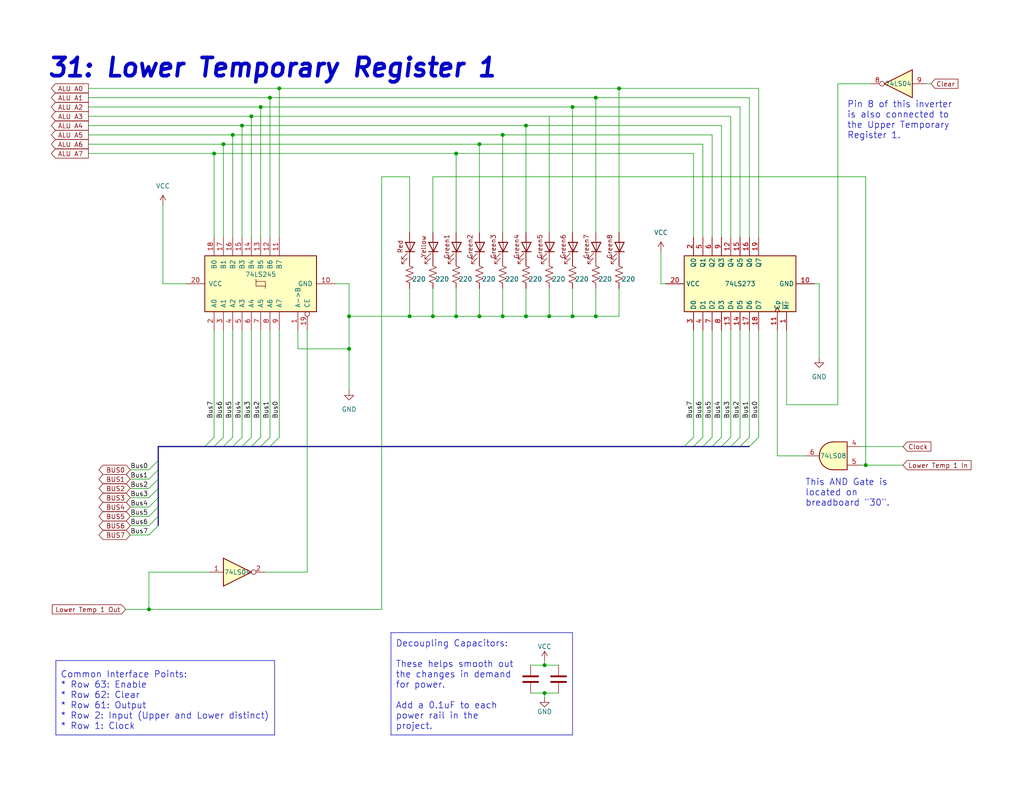
<source format=kicad_sch>
(kicad_sch (version 20211123) (generator eeschema)
  (paper "USLetter")
  (title_block (title "31: Lower Temporary Register 1") (date "2022-02-20") (rev "1.1") (comment 1 "74LS08 is located on board \"30\" and shared with this board") (comment 2 "74LS04 is located on this board and shared with borad \"30\"") (comment 3 "The board for this schematic is located in Column 3") (comment 4 "The board for this schematic is located in Row 1"))
  (lib_symbols
    (symbol "74xx:74LS04"
      (property "Reference" "U" (at 0 1.27 0))
      (property "Value" "74LS04" (at 0 -1.27 0))
      (symbol "74LS04_1_0"
        (polyline (pts (xy -3.81 3.81) (xy -3.81 -3.81) (xy 3.81 0) (xy -3.81 3.81)) (stroke (width 0.254)) (fill (type background)))
        (pin input line (at -7.62 0 0) (length 3.81) (name "~") (number "1"))
        (pin output inverted (at 7.62 0 180) (length 3.81) (name "~") (number "2"))
      )
      (symbol "74LS04_2_0"
        (polyline (pts (xy -3.81 3.81) (xy -3.81 -3.81) (xy 3.81 0) (xy -3.81 3.81)) (stroke (width 0.254)) (fill (type background)))
        (pin input line (at -7.62 0 0) (length 3.81) (name "~") (number "3"))
        (pin output inverted (at 7.62 0 180) (length 3.81) (name "~") (number "4"))
      )
      (symbol "74LS04_3_0"
        (polyline (pts (xy -3.81 3.81) (xy -3.81 -3.81) (xy 3.81 0) (xy -3.81 3.81)) (stroke (width 0.254)) (fill (type background)))
        (pin input line (at -7.62 0 0) (length 3.81) (name "~") (number "5"))
        (pin output inverted (at 7.62 0 180) (length 3.81) (name "~") (number "6"))
      )
      (symbol "74LS04_4_0"
        (polyline (pts (xy -3.81 3.81) (xy -3.81 -3.81) (xy 3.81 0) (xy -3.81 3.81)) (stroke (width 0.254)) (fill (type background)))
        (pin output inverted (at 7.62 0 180) (length 3.81) (name "~") (number "8"))
        (pin input line (at -7.62 0 0) (length 3.81) (name "~") (number "9"))
      )
      (symbol "74LS04_5_0"
        (polyline (pts (xy -3.81 3.81) (xy -3.81 -3.81) (xy 3.81 0) (xy -3.81 3.81)) (stroke (width 0.254)) (fill (type background)))
        (pin output inverted (at 7.62 0 180) (length 3.81) (name "~") (number "10"))
        (pin input line (at -7.62 0 0) (length 3.81) (name "~") (number "11"))
      )
      (symbol "74LS04_6_0"
        (polyline (pts (xy -3.81 3.81) (xy -3.81 -3.81) (xy 3.81 0) (xy -3.81 3.81)) (stroke (width 0.254)) (fill (type background)))
        (pin output inverted (at 7.62 0 180) (length 3.81) (name "~") (number "12"))
        (pin input line (at -7.62 0 0) (length 3.81) (name "~") (number "13"))
      )
      (symbol "74LS04_7_0"
        (pin power_in line (at 0 12.7 270) (length 5.08) (name "VCC") (number "14"))
        (pin power_in line (at 0 -12.7 90) (length 5.08) (name "GND") (number "7"))
      )
      (symbol "74LS04_7_1"
        (rectangle (start -5.08 7.62) (end 5.08 -7.62) (stroke (width 0.254)) (fill (type background)))
      )
    )
    (symbol "74xx:74LS08" (pin_names (offset 1.016))
      (property "Reference" "U" (at 0 1.27 0))
      (property "Value" "74LS08" (at 0 -1.27 0))
      (symbol "74LS08_1_1"
        (arc (start 0 -3.81) (mid 3.81 0) (end 0 3.81) (stroke (width 0.254)) (fill (type background)))
        (polyline (pts (xy 0 3.81) (xy -3.81 3.81) (xy -3.81 -3.81) (xy 0 -3.81)) (stroke (width 0.254)) (fill (type background)))
        (pin input line (at -7.62 2.54 0) (length 3.81) (name "~") (number "1"))
        (pin input line (at -7.62 -2.54 0) (length 3.81) (name "~") (number "2"))
        (pin output line (at 7.62 0 180) (length 3.81) (name "~") (number "3"))
      )
      (symbol "74LS08_1_2"
        (arc (start -3.81 -3.81) (mid -2.589 0) (end -3.81 3.81) (stroke (width 0.254)))
        (arc (start -0.6096 -3.81) (mid 2.1855 -2.584) (end 3.81 0) (stroke (width 0.254)) (fill (type background)))
        (polyline (pts (xy -3.81 -3.81) (xy -0.635 -3.81)) (stroke (width 0.254)) (fill (type background)))
        (polyline (pts (xy -3.81 3.81) (xy -0.635 3.81)) (stroke (width 0.254)) (fill (type background)))
        (polyline (pts (xy -0.635 3.81) (xy -3.81 3.81) (xy -3.81 3.81) (xy -3.556 3.4036) (xy -3.0226 2.2606) (xy -2.6924 1.0414) (xy -2.6162 -0.254) (xy -2.7686 -1.4986) (xy -3.175 -2.7178) (xy -3.81 -3.81) (xy -3.81 -3.81) (xy -0.635 -3.81)) (stroke (width -25.4)) (fill (type background)))
        (arc (start 3.81 0) (mid 2.1928 2.5925) (end -0.6096 3.81) (stroke (width 0.254)) (fill (type background)))
        (pin input inverted (at -7.62 2.54 0) (length 4.318) (name "~") (number "1"))
        (pin input inverted (at -7.62 -2.54 0) (length 4.318) (name "~") (number "2"))
        (pin output inverted (at 7.62 0 180) (length 3.81) (name "~") (number "3"))
      )
      (symbol "74LS08_2_1"
        (arc (start 0 -3.81) (mid 3.81 0) (end 0 3.81) (stroke (width 0.254)) (fill (type background)))
        (polyline (pts (xy 0 3.81) (xy -3.81 3.81) (xy -3.81 -3.81) (xy 0 -3.81)) (stroke (width 0.254)) (fill (type background)))
        (pin input line (at -7.62 2.54 0) (length 3.81) (name "~") (number "4"))
        (pin input line (at -7.62 -2.54 0) (length 3.81) (name "~") (number "5"))
        (pin output line (at 7.62 0 180) (length 3.81) (name "~") (number "6"))
      )
      (symbol "74LS08_2_2"
        (arc (start -3.81 -3.81) (mid -2.589 0) (end -3.81 3.81) (stroke (width 0.254)))
        (arc (start -0.6096 -3.81) (mid 2.1855 -2.584) (end 3.81 0) (stroke (width 0.254)) (fill (type background)))
        (polyline (pts (xy -3.81 -3.81) (xy -0.635 -3.81)) (stroke (width 0.254)) (fill (type background)))
        (polyline (pts (xy -3.81 3.81) (xy -0.635 3.81)) (stroke (width 0.254)) (fill (type background)))
        (polyline (pts (xy -0.635 3.81) (xy -3.81 3.81) (xy -3.81 3.81) (xy -3.556 3.4036) (xy -3.0226 2.2606) (xy -2.6924 1.0414) (xy -2.6162 -0.254) (xy -2.7686 -1.4986) (xy -3.175 -2.7178) (xy -3.81 -3.81) (xy -3.81 -3.81) (xy -0.635 -3.81)) (stroke (width -25.4)) (fill (type background)))
        (arc (start 3.81 0) (mid 2.1928 2.5925) (end -0.6096 3.81) (stroke (width 0.254)) (fill (type background)))
        (pin input inverted (at -7.62 2.54 0) (length 4.318) (name "~") (number "4"))
        (pin input inverted (at -7.62 -2.54 0) (length 4.318) (name "~") (number "5"))
        (pin output inverted (at 7.62 0 180) (length 3.81) (name "~") (number "6"))
      )
      (symbol "74LS08_3_1"
        (arc (start 0 -3.81) (mid 3.81 0) (end 0 3.81) (stroke (width 0.254)) (fill (type background)))
        (polyline (pts (xy 0 3.81) (xy -3.81 3.81) (xy -3.81 -3.81) (xy 0 -3.81)) (stroke (width 0.254)) (fill (type background)))
        (pin input line (at -7.62 -2.54 0) (length 3.81) (name "~") (number "10"))
        (pin output line (at 7.62 0 180) (length 3.81) (name "~") (number "8"))
        (pin input line (at -7.62 2.54 0) (length 3.81) (name "~") (number "9"))
      )
      (symbol "74LS08_3_2"
        (arc (start -3.81 -3.81) (mid -2.589 0) (end -3.81 3.81) (stroke (width 0.254)))
        (arc (start -0.6096 -3.81) (mid 2.1855 -2.584) (end 3.81 0) (stroke (width 0.254)) (fill (type background)))
        (polyline (pts (xy -3.81 -3.81) (xy -0.635 -3.81)) (stroke (width 0.254)) (fill (type background)))
        (polyline (pts (xy -3.81 3.81) (xy -0.635 3.81)) (stroke (width 0.254)) (fill (type background)))
        (polyline (pts (xy -0.635 3.81) (xy -3.81 3.81) (xy -3.81 3.81) (xy -3.556 3.4036) (xy -3.0226 2.2606) (xy -2.6924 1.0414) (xy -2.6162 -0.254) (xy -2.7686 -1.4986) (xy -3.175 -2.7178) (xy -3.81 -3.81) (xy -3.81 -3.81) (xy -0.635 -3.81)) (stroke (width -25.4)) (fill (type background)))
        (arc (start 3.81 0) (mid 2.1928 2.5925) (end -0.6096 3.81) (stroke (width 0.254)) (fill (type background)))
        (pin input inverted (at -7.62 -2.54 0) (length 4.318) (name "~") (number "10"))
        (pin output inverted (at 7.62 0 180) (length 3.81) (name "~") (number "8"))
        (pin input inverted (at -7.62 2.54 0) (length 4.318) (name "~") (number "9"))
      )
      (symbol "74LS08_4_1"
        (arc (start 0 -3.81) (mid 3.81 0) (end 0 3.81) (stroke (width 0.254)) (fill (type background)))
        (polyline (pts (xy 0 3.81) (xy -3.81 3.81) (xy -3.81 -3.81) (xy 0 -3.81)) (stroke (width 0.254)) (fill (type background)))
        (pin output line (at 7.62 0 180) (length 3.81) (name "~") (number "11"))
        (pin input line (at -7.62 2.54 0) (length 3.81) (name "~") (number "12"))
        (pin input line (at -7.62 -2.54 0) (length 3.81) (name "~") (number "13"))
      )
      (symbol "74LS08_4_2"
        (arc (start -3.81 -3.81) (mid -2.589 0) (end -3.81 3.81) (stroke (width 0.254)))
        (arc (start -0.6096 -3.81) (mid 2.1855 -2.584) (end 3.81 0) (stroke (width 0.254)) (fill (type background)))
        (polyline (pts (xy -3.81 -3.81) (xy -0.635 -3.81)) (stroke (width 0.254)) (fill (type background)))
        (polyline (pts (xy -3.81 3.81) (xy -0.635 3.81)) (stroke (width 0.254)) (fill (type background)))
        (polyline (pts (xy -0.635 3.81) (xy -3.81 3.81) (xy -3.81 3.81) (xy -3.556 3.4036) (xy -3.0226 2.2606) (xy -2.6924 1.0414) (xy -2.6162 -0.254) (xy -2.7686 -1.4986) (xy -3.175 -2.7178) (xy -3.81 -3.81) (xy -3.81 -3.81) (xy -0.635 -3.81)) (stroke (width -25.4)) (fill (type background)))
        (arc (start 3.81 0) (mid 2.1928 2.5925) (end -0.6096 3.81) (stroke (width 0.254)) (fill (type background)))
        (pin output inverted (at 7.62 0 180) (length 3.81) (name "~") (number "11"))
        (pin input inverted (at -7.62 2.54 0) (length 4.318) (name "~") (number "12"))
        (pin input inverted (at -7.62 -2.54 0) (length 4.318) (name "~") (number "13"))
      )
      (symbol "74LS08_5_0"
        (pin power_in line (at 0 12.7 270) (length 5.08) (name "VCC") (number "14"))
        (pin power_in line (at 0 -12.7 90) (length 5.08) (name "GND") (number "7"))
      )
      (symbol "74LS08_5_1"
        (rectangle (start -5.08 7.62) (end 5.08 -7.62) (stroke (width 0.254)) (fill (type background)))
      )
    )
    (symbol "74xx:74LS245" (pin_names (offset 1.016))
      (property "Reference" "U" (at -7.62 16.51 0))
      (property "Value" "74LS245" (at -7.62 -16.51 0))
      (symbol "74LS245_1_0"
        (polyline (pts (xy -0.635 -1.27) (xy -0.635 1.27) (xy 0.635 1.27)))
        (polyline (pts (xy -1.27 -1.27) (xy 0.635 -1.27) (xy 0.635 1.27) (xy 1.27 1.27)))
        (pin input line (at -12.7 -10.16 0) (length 5.08) (name "A->B") (number "1"))
        (pin power_in line (at 0 -20.32 90) (length 5.08) (name "GND") (number "10"))
        (pin tri_state line (at 12.7 -5.08 180) (length 5.08) (name "B7") (number "11"))
        (pin tri_state line (at 12.7 -2.54 180) (length 5.08) (name "B6") (number "12"))
        (pin tri_state line (at 12.7 0 180) (length 5.08) (name "B5") (number "13"))
        (pin tri_state line (at 12.7 2.54 180) (length 5.08) (name "B4") (number "14"))
        (pin tri_state line (at 12.7 5.08 180) (length 5.08) (name "B3") (number "15"))
        (pin tri_state line (at 12.7 7.62 180) (length 5.08) (name "B2") (number "16"))
        (pin tri_state line (at 12.7 10.16 180) (length 5.08) (name "B1") (number "17"))
        (pin tri_state line (at 12.7 12.7 180) (length 5.08) (name "B0") (number "18"))
        (pin input inverted (at -12.7 -12.7 0) (length 5.08) (name "CE") (number "19"))
        (pin tri_state line (at -12.7 12.7 0) (length 5.08) (name "A0") (number "2"))
        (pin power_in line (at 0 20.32 270) (length 5.08) (name "VCC") (number "20"))
        (pin tri_state line (at -12.7 10.16 0) (length 5.08) (name "A1") (number "3"))
        (pin tri_state line (at -12.7 7.62 0) (length 5.08) (name "A2") (number "4"))
        (pin tri_state line (at -12.7 5.08 0) (length 5.08) (name "A3") (number "5"))
        (pin tri_state line (at -12.7 2.54 0) (length 5.08) (name "A4") (number "6"))
        (pin tri_state line (at -12.7 0 0) (length 5.08) (name "A5") (number "7"))
        (pin tri_state line (at -12.7 -2.54 0) (length 5.08) (name "A6") (number "8"))
        (pin tri_state line (at -12.7 -5.08 0) (length 5.08) (name "A7") (number "9"))
      )
      (symbol "74LS245_1_1"
        (rectangle (start -7.62 15.24) (end 7.62 -15.24) (stroke (width 0.254)) (fill (type background)))
      )
    )
    (symbol "74xx:74LS273"
      (property "Reference" "U" (at -7.62 16.51 0))
      (property "Value" "74LS273" (at -7.62 -16.51 0))
      (symbol "74LS273_1_0"
        (pin input line (at -12.7 -12.7 0) (length 5.08) (name "~{Mr}") (number "1"))
        (pin power_in line (at 0 -20.32 90) (length 5.08) (name "GND") (number "10"))
        (pin input clock (at -12.7 -10.16 0) (length 5.08) (name "Cp") (number "11"))
        (pin output line (at 12.7 2.54 180) (length 5.08) (name "Q4") (number "12"))
        (pin input line (at -12.7 2.54 0) (length 5.08) (name "D4") (number "13"))
        (pin input line (at -12.7 0 0) (length 5.08) (name "D5") (number "14"))
        (pin output line (at 12.7 0 180) (length 5.08) (name "Q5") (number "15"))
        (pin output line (at 12.7 -2.54 180) (length 5.08) (name "Q6") (number "16"))
        (pin input line (at -12.7 -2.54 0) (length 5.08) (name "D6") (number "17"))
        (pin input line (at -12.7 -5.08 0) (length 5.08) (name "D7") (number "18"))
        (pin output line (at 12.7 -5.08 180) (length 5.08) (name "Q7") (number "19"))
        (pin output line (at 12.7 12.7 180) (length 5.08) (name "Q0") (number "2"))
        (pin power_in line (at 0 20.32 270) (length 5.08) (name "VCC") (number "20"))
        (pin input line (at -12.7 12.7 0) (length 5.08) (name "D0") (number "3"))
        (pin input line (at -12.7 10.16 0) (length 5.08) (name "D1") (number "4"))
        (pin output line (at 12.7 10.16 180) (length 5.08) (name "Q1") (number "5"))
        (pin output line (at 12.7 7.62 180) (length 5.08) (name "Q2") (number "6"))
        (pin input line (at -12.7 7.62 0) (length 5.08) (name "D2") (number "7"))
        (pin input line (at -12.7 5.08 0) (length 5.08) (name "D3") (number "8"))
        (pin output line (at 12.7 5.08 180) (length 5.08) (name "Q3") (number "9"))
      )
      (symbol "74LS273_1_1"
        (rectangle (start -7.62 15.24) (end 7.62 -15.24) (stroke (width 0.254)) (fill (type background)))
      )
    )
    (symbol "Device:C" (pin_numbers hide) (pin_names (offset 0.254))
      (property "Reference" "C" (at 0.635 2.54 0))
      (property "Value" "C" (at 0.635 -2.54 0))
      (symbol "C_0_1"
        (polyline (pts (xy -2.032 -0.762) (xy 2.032 -0.762)) (stroke (width 0.508)))
        (polyline (pts (xy -2.032 0.762) (xy 2.032 0.762)) (stroke (width 0.508)))
      )
      (symbol "C_1_1"
        (pin passive line (at 0 3.81 270) (length 2.794) (name "~") (number "1"))
        (pin passive line (at 0 -3.81 90) (length 2.794) (name "~") (number "2"))
      )
    )
    (symbol "Device:R_US" (pin_numbers hide) (pin_names (offset 0))
      (property "Reference" "R" (at 2.54 0 90))
      (property "Value" "R_US" (at -2.54 0 90))
      (symbol "R_US_0_1"
        (polyline (pts (xy 0 -2.286) (xy 0 -2.54)))
        (polyline (pts (xy 0 2.286) (xy 0 2.54)))
        (polyline (pts (xy 0 -0.762) (xy 1.016 -1.143) (xy 0 -1.524) (xy -1.016 -1.905) (xy 0 -2.286)))
        (polyline (pts (xy 0 0.762) (xy 1.016 0.381) (xy 0 0) (xy -1.016 -0.381) (xy 0 -0.762)))
        (polyline (pts (xy 0 2.286) (xy 1.016 1.905) (xy 0 1.524) (xy -1.016 1.143) (xy 0 0.762)))
      )
      (symbol "R_US_1_1"
        (pin passive line (at 0 3.81 270) (length 1.27) (name "~") (number "1"))
        (pin passive line (at 0 -3.81 90) (length 1.27) (name "~") (number "2"))
      )
    )
    (symbol "SB1R1Y8G:SB1R1Y8G_LED"
      (symbol "SB1R1Y8G_LED_0_0"
        (text "" (at 0.635 0 900) (effects (font (size 1.27 1.27))))
        (text "" (at 1.27 -15.24 0) (effects (font (size 1.27 1.27))))
      )
      (symbol "SB1R1Y8G_LED_0_1"
        (polyline (pts (xy -1.397 -0.127) (xy 1.143 -0.127)))
        (polyline (pts (xy -1.397 1.143) (xy -1.397 -1.397)) (stroke (width 0.254)))
        (polyline (pts (xy 1.143 1.143) (xy 1.143 -1.397) (xy -1.397 -0.127) (xy 1.143 1.143)) (stroke (width 0.254)))
        (polyline (pts (xy -3.175 0.635) (xy -4.699 2.159) (xy -3.937 2.159) (xy -4.699 2.159) (xy -4.699 1.397)))
        (polyline (pts (xy -1.905 0.635) (xy -3.429 2.159) (xy -2.667 2.159) (xy -3.429 2.159) (xy -3.429 1.397)))
      )
      (symbol "SB1R1Y8G_LED_1_0"
        (text "Red" (at 0 2.54 0) (effects (font (size 1.27 1.27))))
      )
      (symbol "SB1R1Y8G_LED_1_1"
        (pin passive line (at -3.81 0 0) (length 2.54) (name "") (number "1"))
        (pin passive line (at 3.81 0 180) (length 2.54) (name "") (number "11"))
      )
      (symbol "SB1R1Y8G_LED_2_0"
        (text "Yellow" (at 0 2.54 0) (effects (font (size 1.27 1.27))))
      )
      (symbol "SB1R1Y8G_LED_2_1"
        (pin passive line (at 3.81 0 180) (length 2.54) (name "") (number "12"))
        (pin passive line (at -3.81 0 0) (length 2.54) (name "") (number "2"))
      )
      (symbol "SB1R1Y8G_LED_3_0"
        (text "Green1" (at 0 2.54 0) (effects (font (size 1.27 1.27))))
      )
      (symbol "SB1R1Y8G_LED_3_1"
        (pin passive line (at 3.81 0 180) (length 2.54) (name "") (number "13"))
        (pin passive line (at -3.81 0 0) (length 2.54) (name "") (number "3"))
      )
      (symbol "SB1R1Y8G_LED_4_0"
        (text "Green2" (at 0 2.54 0) (effects (font (size 1.27 1.27))))
      )
      (symbol "SB1R1Y8G_LED_4_1"
        (pin passive line (at 3.81 0 180) (length 2.54) (name "") (number "14"))
        (pin passive line (at -3.81 0 0) (length 2.54) (name "") (number "4"))
      )
      (symbol "SB1R1Y8G_LED_5_0"
        (text "Green3" (at 0 2.54 0) (effects (font (size 1.27 1.27))))
      )
      (symbol "SB1R1Y8G_LED_5_1"
        (pin passive line (at 3.81 0 180) (length 2.54) (name "") (number "15"))
        (pin passive line (at -3.81 0 0) (length 2.54) (name "") (number "5"))
      )
      (symbol "SB1R1Y8G_LED_6_0"
        (text "Green4" (at 0 2.54 0) (effects (font (size 1.27 1.27))))
      )
      (symbol "SB1R1Y8G_LED_6_1"
        (pin passive line (at 3.81 0 180) (length 2.54) (name "") (number "16"))
        (pin passive line (at -3.81 0 0) (length 2.54) (name "") (number "6"))
      )
      (symbol "SB1R1Y8G_LED_7_0"
        (text "Green5" (at 0 2.54 0) (effects (font (size 1.27 1.27))))
      )
      (symbol "SB1R1Y8G_LED_7_1"
        (pin passive line (at 3.81 0 180) (length 2.54) (name "") (number "17"))
        (pin passive line (at -3.81 0 0) (length 2.54) (name "") (number "7"))
      )
      (symbol "SB1R1Y8G_LED_8_0"
        (text "Green6" (at 0 2.54 0) (effects (font (size 1.27 1.27))))
      )
      (symbol "SB1R1Y8G_LED_8_1"
        (pin passive line (at 3.81 0 180) (length 2.54) (name "") (number "18"))
        (pin passive line (at -3.81 0 0) (length 2.54) (name "") (number "8"))
      )
      (symbol "SB1R1Y8G_LED_9_0"
        (text "Green7" (at 0 2.54 0) (effects (font (size 1.27 1.27))))
      )
      (symbol "SB1R1Y8G_LED_9_1"
        (pin passive line (at 3.81 0 180) (length 2.54) (name "") (number "19"))
        (pin passive line (at -3.81 0 0) (length 2.54) (name "") (number "9"))
      )
      (symbol "SB1R1Y8G_LED_10_0"
        (text "Green8" (at 0 2.54 0) (effects (font (size 1.27 1.27))))
      )
      (symbol "SB1R1Y8G_LED_10_1"
        (pin passive line (at 3.81 0 180) (length 2.54) (name "") (number "10"))
        (pin passive line (at -3.81 0 0) (length 2.54) (name "") (number "20"))
      )
    )
    (symbol "power:GND" (power) (pin_names (offset 0))
      (property "Value" "GND" (at 0 -3.81 0))
      (symbol "GND_0_1"
        (polyline (pts (xy 0 0) (xy 0 -1.27) (xy 1.27 -1.27) (xy 0 -2.54) (xy -1.27 -1.27) (xy 0 -1.27)))
      )
      (symbol "GND_1_1"
        (pin power_in line (at 0 0 270) (length 0) hide (name "GND") (number "1"))
      )
    )
    (symbol "power:VCC" (power) (pin_names (offset 0))
      (property "Value" "VCC" (at 0 3.81 0))
      (symbol "VCC_0_1"
        (polyline (pts (xy -0.762 1.27) (xy 0 2.54)))
        (polyline (pts (xy 0 0) (xy 0 2.54)))
        (polyline (pts (xy 0 2.54) (xy 0.762 1.27)))
      )
      (symbol "VCC_1_1"
        (pin power_in line (at 0 0 90) (length 0) hide (name "VCC") (number "1"))
      )
    )
  )
  (junction (at 148.59 189.23))
  (junction (at 124.46 41.91))
  (junction (at 156.21 86.36))
  (junction (at 156.21 29.21))
  (junction (at 148.59 181.61))
  (junction (at 137.16 36.83))
  (junction (at 40.64 166.37))
  (junction (at 162.56 26.67))
  (junction (at 236.22 127))
  (junction (at 58.42 41.91))
  (junction (at 130.81 86.36))
  (junction (at 76.2 24.13))
  (junction (at 73.66 26.67))
  (junction (at 111.76 86.36))
  (junction (at 143.51 86.36))
  (junction (at 95.25 95.25))
  (junction (at 130.81 39.37))
  (junction (at 137.16 86.36))
  (junction (at 124.46 86.36))
  (junction (at 143.51 34.29))
  (junction (at 95.25 86.36))
  (junction (at 68.58 31.75))
  (junction (at 60.96 39.37))
  (junction (at 118.11 86.36))
  (junction (at 149.86 86.36))
  (junction (at 168.91 24.13))
  (junction (at 63.5 36.83))
  (junction (at 71.12 29.21))
  (junction (at 162.56 86.36))
  (junction (at 66.04 34.29))
  (bus_entry (at 63.5 119.38) (size -2.54 2.54))
  (bus_entry (at 73.66 119.38) (size -2.54 2.54))
  (bus_entry (at 68.58 119.38) (size -2.54 2.54))
  (bus_entry (at 71.12 119.38) (size -2.54 2.54))
  (bus_entry (at 66.04 119.38) (size -2.54 2.54))
  (bus_entry (at 60.96 119.38) (size -2.54 2.54))
  (bus_entry (at 58.42 119.38) (size -2.54 2.54))
  (bus_entry (at 76.2 119.38) (size -2.54 2.54))
  (bus_entry (at 40.64 143.51) (size 2.54 -2.54))
  (bus_entry (at 40.64 140.97) (size 2.54 -2.54))
  (bus_entry (at 40.64 133.35) (size 2.54 -2.54))
  (bus_entry (at 189.23 119.38) (size -2.54 2.54))
  (bus_entry (at 199.39 119.38) (size -2.54 2.54))
  (bus_entry (at 40.64 146.05) (size 2.54 -2.54))
  (bus_entry (at 194.31 119.38) (size -2.54 2.54))
  (bus_entry (at 40.64 128.27) (size 2.54 -2.54))
  (bus_entry (at 40.64 138.43) (size 2.54 -2.54))
  (bus_entry (at 201.93 119.38) (size -2.54 2.54))
  (bus_entry (at 40.64 130.81) (size 2.54 -2.54))
  (bus_entry (at 207.01 119.38) (size -2.54 2.54))
  (bus_entry (at 40.64 135.89) (size 2.54 -2.54))
  (bus_entry (at 191.77 119.38) (size -2.54 2.54))
  (bus_entry (at 204.47 119.38) (size -2.54 2.54))
  (bus_entry (at 196.85 119.38) (size -2.54 2.54))
  (wire (pts (xy 130.81 86.36) (xy 124.46 86.36)))
  (bus (pts (xy 186.69 121.92) (xy 189.23 121.92)))
  (wire (pts (xy 35.56 140.97) (xy 40.64 140.97)))
  (wire (pts (xy 199.39 90.17) (xy 199.39 119.38)))
  (bus (pts (xy 43.18 121.92) (xy 43.18 125.73)))
  (wire (pts (xy 66.04 34.29) (xy 66.04 64.77)))
  (wire (pts (xy 60.96 39.37) (xy 60.96 64.77)))
  (wire (pts (xy 24.13 29.21) (xy 71.12 29.21)))
  (wire (pts (xy 137.16 36.83) (xy 63.5 36.83)))
  (wire (pts (xy 66.04 90.17) (xy 66.04 119.38)))
  (bus (pts (xy 194.31 121.92) (xy 196.85 121.92)))
  (wire (pts (xy 40.64 156.21) (xy 40.64 166.37)))
  (wire (pts (xy 207.01 24.13) (xy 168.91 24.13)))
  (wire (pts (xy 95.25 95.25) (xy 95.25 106.68)))
  (wire (pts (xy 168.91 86.36) (xy 162.56 86.36)))
  (wire (pts (xy 201.93 64.77) (xy 201.93 29.21)))
  (wire (pts (xy 168.91 24.13) (xy 76.2 24.13)))
  (bus (pts (xy 63.5 121.92) (xy 66.04 121.92)))
  (wire (pts (xy 236.22 127) (xy 246.38 127)))
  (wire (pts (xy 63.5 90.17) (xy 63.5 119.38)))
  (wire (pts (xy 143.51 34.29) (xy 66.04 34.29)))
  (wire (pts (xy 149.86 78.74) (xy 149.86 86.36)))
  (wire (pts (xy 35.56 130.81) (xy 40.64 130.81)))
  (wire (pts (xy 148.59 181.61) (xy 152.4 181.61)))
  (wire (pts (xy 214.63 110.49) (xy 214.63 90.17)))
  (wire (pts (xy 180.34 68.58) (xy 180.34 77.47)))
  (wire (pts (xy 73.66 90.17) (xy 73.66 119.38)))
  (wire (pts (xy 207.01 90.17) (xy 207.01 119.38)))
  (polyline (pts (xy 15.24 180.34) (xy 15.24 200.66)) (stroke (width 0) (type solid)))
  (wire (pts (xy 196.85 64.77) (xy 196.85 34.29)))
  (wire (pts (xy 234.95 121.92) (xy 246.38 121.92)))
  (wire (pts (xy 168.91 78.74) (xy 168.91 86.36)))
  (wire (pts (xy 223.52 77.47) (xy 223.52 97.79)))
  (wire (pts (xy 222.25 77.47) (xy 223.52 77.47)))
  (bus (pts (xy 73.66 121.92) (xy 186.69 121.92)))
  (bus (pts (xy 58.42 121.92) (xy 60.96 121.92)))
  (wire (pts (xy 130.81 78.74) (xy 130.81 86.36)))
  (wire (pts (xy 137.16 36.83) (xy 137.16 63.5)))
  (wire (pts (xy 191.77 39.37) (xy 130.81 39.37)))
  (wire (pts (xy 194.31 64.77) (xy 194.31 36.83)))
  (wire (pts (xy 44.45 55.88) (xy 44.45 77.47)))
  (wire (pts (xy 156.21 29.21) (xy 71.12 29.21)))
  (wire (pts (xy 194.31 90.17) (xy 194.31 119.38)))
  (wire (pts (xy 81.28 95.25) (xy 95.25 95.25)))
  (wire (pts (xy 35.56 138.43) (xy 40.64 138.43)))
  (wire (pts (xy 24.13 39.37) (xy 60.96 39.37)))
  (wire (pts (xy 24.13 24.13) (xy 76.2 24.13)))
  (wire (pts (xy 189.23 41.91) (xy 124.46 41.91)))
  (bus (pts (xy 60.96 121.92) (xy 63.5 121.92)))
  (wire (pts (xy 148.59 189.23) (xy 152.4 189.23)))
  (wire (pts (xy 91.44 77.47) (xy 95.25 77.47)))
  (wire (pts (xy 156.21 86.36) (xy 149.86 86.36)))
  (wire (pts (xy 111.76 78.74) (xy 111.76 86.36)))
  (wire (pts (xy 68.58 31.75) (xy 68.58 64.77)))
  (bus (pts (xy 55.88 121.92) (xy 58.42 121.92)))
  (wire (pts (xy 58.42 41.91) (xy 58.42 64.77)))
  (polyline (pts (xy 106.68 172.72) (xy 156.21 172.72)) (stroke (width 0) (type solid)))
  (wire (pts (xy 143.51 78.74) (xy 143.51 86.36)))
  (bus (pts (xy 71.12 121.92) (xy 73.66 121.92)))
  (wire (pts (xy 35.56 135.89) (xy 40.64 135.89)))
  (wire (pts (xy 234.95 127) (xy 236.22 127)))
  (wire (pts (xy 124.46 78.74) (xy 124.46 86.36)))
  (wire (pts (xy 201.93 90.17) (xy 201.93 119.38)))
  (bus (pts (xy 43.18 130.81) (xy 43.18 133.35)))
  (wire (pts (xy 156.21 78.74) (xy 156.21 86.36)))
  (wire (pts (xy 104.14 48.26) (xy 104.14 166.37)))
  (wire (pts (xy 24.13 34.29) (xy 66.04 34.29)))
  (wire (pts (xy 137.16 86.36) (xy 130.81 86.36)))
  (wire (pts (xy 118.11 86.36) (xy 111.76 86.36)))
  (wire (pts (xy 148.59 189.23) (xy 148.59 190.5)))
  (wire (pts (xy 111.76 48.26) (xy 111.76 63.5)))
  (wire (pts (xy 83.82 90.17) (xy 83.82 156.21)))
  (wire (pts (xy 162.56 78.74) (xy 162.56 86.36)))
  (wire (pts (xy 201.93 29.21) (xy 156.21 29.21)))
  (wire (pts (xy 24.13 26.67) (xy 73.66 26.67)))
  (polyline (pts (xy 15.24 180.34) (xy 74.93 180.34)) (stroke (width 0) (type solid)))
  (wire (pts (xy 71.12 90.17) (xy 71.12 119.38)))
  (wire (pts (xy 130.81 39.37) (xy 130.81 63.5)))
  (wire (pts (xy 148.59 180.34) (xy 148.59 181.61)))
  (wire (pts (xy 228.6 22.86) (xy 228.6 110.49)))
  (wire (pts (xy 143.51 86.36) (xy 137.16 86.36)))
  (wire (pts (xy 104.14 166.37) (xy 40.64 166.37)))
  (wire (pts (xy 60.96 90.17) (xy 60.96 119.38)))
  (bus (pts (xy 68.58 121.92) (xy 71.12 121.92)))
  (wire (pts (xy 24.13 41.91) (xy 58.42 41.91)))
  (wire (pts (xy 104.14 48.26) (xy 111.76 48.26)))
  (wire (pts (xy 156.21 29.21) (xy 156.21 63.5)))
  (wire (pts (xy 35.56 128.27) (xy 40.64 128.27)))
  (bus (pts (xy 66.04 121.92) (xy 68.58 121.92)))
  (bus (pts (xy 55.88 121.92) (xy 43.18 121.92)))
  (wire (pts (xy 162.56 86.36) (xy 156.21 86.36)))
  (wire (pts (xy 168.91 24.13) (xy 168.91 63.5)))
  (wire (pts (xy 76.2 90.17) (xy 76.2 119.38)))
  (wire (pts (xy 162.56 26.67) (xy 73.66 26.67)))
  (wire (pts (xy 180.34 77.47) (xy 181.61 77.47)))
  (wire (pts (xy 71.12 29.21) (xy 71.12 64.77)))
  (polyline (pts (xy 74.93 200.66) (xy 15.24 200.66)) (stroke (width 0) (type solid)))
  (wire (pts (xy 196.85 34.29) (xy 143.51 34.29)))
  (wire (pts (xy 130.81 39.37) (xy 60.96 39.37)))
  (wire (pts (xy 35.56 143.51) (xy 40.64 143.51)))
  (wire (pts (xy 212.09 124.46) (xy 212.09 90.17)))
  (bus (pts (xy 43.18 133.35) (xy 43.18 135.89)))
  (wire (pts (xy 219.71 124.46) (xy 212.09 124.46)))
  (bus (pts (xy 189.23 121.92) (xy 191.77 121.92)))
  (wire (pts (xy 144.78 189.23) (xy 148.59 189.23)))
  (wire (pts (xy 191.77 90.17) (xy 191.77 119.38)))
  (wire (pts (xy 34.29 166.37) (xy 40.64 166.37)))
  (wire (pts (xy 68.58 31.75) (xy 199.39 31.75)))
  (wire (pts (xy 68.58 90.17) (xy 68.58 119.38)))
  (wire (pts (xy 118.11 48.26) (xy 236.22 48.26)))
  (wire (pts (xy 162.56 26.67) (xy 162.56 63.5)))
  (wire (pts (xy 40.64 156.21) (xy 57.15 156.21)))
  (polyline (pts (xy 156.21 172.72) (xy 156.21 200.66)) (stroke (width 0) (type solid)))
  (wire (pts (xy 189.23 90.17) (xy 189.23 119.38)))
  (bus (pts (xy 201.93 121.92) (xy 204.47 121.92)))
  (wire (pts (xy 189.23 64.77) (xy 189.23 41.91)))
  (bus (pts (xy 43.18 128.27) (xy 43.18 130.81)))
  (bus (pts (xy 199.39 121.92) (xy 201.93 121.92)))
  (wire (pts (xy 44.45 77.47) (xy 50.8 77.47)))
  (bus (pts (xy 43.18 140.97) (xy 43.18 143.51)))
  (wire (pts (xy 149.86 86.36) (xy 143.51 86.36)))
  (wire (pts (xy 191.77 64.77) (xy 191.77 39.37)))
  (wire (pts (xy 228.6 22.86) (xy 237.49 22.86)))
  (wire (pts (xy 137.16 78.74) (xy 137.16 86.36)))
  (wire (pts (xy 83.82 156.21) (xy 72.39 156.21)))
  (wire (pts (xy 63.5 36.83) (xy 63.5 64.77)))
  (wire (pts (xy 204.47 90.17) (xy 204.47 119.38)))
  (polyline (pts (xy 106.68 172.72) (xy 106.68 200.66)) (stroke (width 0) (type solid)))
  (wire (pts (xy 81.28 90.17) (xy 81.28 95.25)))
  (wire (pts (xy 199.39 64.77) (xy 199.39 31.75)))
  (wire (pts (xy 143.51 34.29) (xy 143.51 63.5)))
  (wire (pts (xy 124.46 86.36) (xy 118.11 86.36)))
  (wire (pts (xy 35.56 133.35) (xy 40.64 133.35)))
  (wire (pts (xy 35.56 146.05) (xy 40.64 146.05)))
  (wire (pts (xy 124.46 41.91) (xy 58.42 41.91)))
  (wire (pts (xy 252.73 22.86) (xy 254 22.86)))
  (wire (pts (xy 73.66 26.67) (xy 73.66 64.77)))
  (wire (pts (xy 24.13 31.75) (xy 68.58 31.75)))
  (wire (pts (xy 194.31 36.83) (xy 137.16 36.83)))
  (bus (pts (xy 191.77 121.92) (xy 194.31 121.92)))
  (wire (pts (xy 149.86 31.75) (xy 149.86 63.5)))
  (bus (pts (xy 43.18 135.89) (xy 43.18 138.43)))
  (polyline (pts (xy 156.21 200.66) (xy 106.68 200.66)) (stroke (width 0) (type solid)))
  (wire (pts (xy 144.78 181.61) (xy 148.59 181.61)))
  (wire (pts (xy 111.76 86.36) (xy 95.25 86.36)))
  (wire (pts (xy 236.22 48.26) (xy 236.22 127)))
  (wire (pts (xy 204.47 64.77) (xy 204.47 26.67)))
  (wire (pts (xy 95.25 86.36) (xy 95.25 95.25)))
  (wire (pts (xy 95.25 77.47) (xy 95.25 86.36)))
  (wire (pts (xy 24.13 36.83) (xy 63.5 36.83)))
  (wire (pts (xy 76.2 24.13) (xy 76.2 64.77)))
  (bus (pts (xy 43.18 138.43) (xy 43.18 140.97)))
  (bus (pts (xy 196.85 121.92) (xy 199.39 121.92)))
  (wire (pts (xy 204.47 26.67) (xy 162.56 26.67)))
  (wire (pts (xy 207.01 64.77) (xy 207.01 24.13)))
  (wire (pts (xy 228.6 110.49) (xy 214.63 110.49)))
  (wire (pts (xy 58.42 90.17) (xy 58.42 119.38)))
  (polyline (pts (xy 74.93 180.34) (xy 74.93 200.66)) (stroke (width 0) (type solid)))
  (bus (pts (xy 43.18 125.73) (xy 43.18 128.27)))
  (wire (pts (xy 124.46 41.91) (xy 124.46 63.5)))
  (wire (pts (xy 118.11 63.5) (xy 118.11 48.26)))
  (wire (pts (xy 196.85 90.17) (xy 196.85 119.38)))
  (wire (pts (xy 118.11 78.74) (xy 118.11 86.36)))
  (text "This AND Gate is \nlocated on \nbreadboard \"30\"." (at 219.71 138.43 0) (effects (font (size 1.75 1.75)) (justify left bottom)))
  (text " 31: Lower Temporary Register 1" (at 8.89 21.59 0) (effects (font (size 5 5) (thickness 1) bold italic) (justify left bottom)))
  (text "Common Interface Points:\n* Row 63: Enable\n* Row 62: Clear\n* Row 61: Output\n* Row 2: Input (Upper and Lower distinct)\n* Row 1: Clock" (at 16.51 199.39 0) (effects (font (size 1.75 1.75)) (justify left bottom)))
  (text "Pin 8 of this inverter \nis also connected to \nthe Upper Temporary \nRegister 1." (at 231.14 38.1 0) (effects (font (size 1.75 1.75)) (justify left bottom)))
  (text "Decoupling Capacitors:\n\nThese helps smooth out \nthe changes in demand \nfor power.\n\nAdd a 0.1uF to each \npower rail in the \nproject." (at 107.95 199.39 0) (effects (font (size 1.75 1.75)) (justify left bottom)))
  (label "Bus0" (at 35.56 128.27 0))
  (label "Bus5" (at 194.31 114.3 90))
  (label "Bus2" (at 71.12 114.3 90))
  (label "Bus7" (at 58.42 114.3 90))
  (label "Bus0" (at 207.01 114.3 90))
  (label "Bus6" (at 191.77 114.3 90))
  (label "Bus6" (at 60.96 114.3 90))
  (label "Bus6" (at 35.56 143.51 0))
  (label "Bus4" (at 196.85 114.3 90))
  (label "Bus3" (at 199.39 114.3 90))
  (label "Bus1" (at 73.66 114.3 90))
  (label "Bus2" (at 35.56 133.35 0))
  (label "Bus3" (at 68.58 114.3 90))
  (label "Bus3" (at 35.56 135.89 0))
  (label "Bus4" (at 35.56 138.43 0))
  (label "Bus1" (at 204.47 114.3 90))
  (label "Bus2" (at 201.93 114.3 90))
  (label "Bus4" (at 66.04 114.3 90))
  (label "Bus7" (at 35.56 146.05 0))
  (label "Bus0" (at 76.2 114.3 90))
  (label "Bus7" (at 189.23 114.3 90))
  (label "Bus5" (at 63.5 114.3 90))
  (label "Bus5" (at 35.56 140.97 0))
  (label "Bus1" (at 35.56 130.81 0))
  (global_label "Clear" (shape input) (at 254 22.86 0) (property "Intersheet References" "${INTERSHEET_REFS}" (effects hide)))
  (global_label "ALU A1 " (shape output) (at 24.13 26.67 180) (property "Intersheet References" "${INTERSHEET_REFS}" (effects hide)))
  (global_label "BUS2" (shape bidirectional) (at 35.56 133.35 180) (property "Intersheet References" "${INTERSHEET_REFS}" (effects hide)))
  (global_label "Lower Temp 1 Out" (shape input) (at 34.29 166.37 180) (property "Intersheet References" "${INTERSHEET_REFS}" (effects hide)))
  (global_label "ALU A7 " (shape output) (at 24.13 41.91 180) (property "Intersheet References" "${INTERSHEET_REFS}" (effects hide)))
  (global_label "Clock" (shape input) (at 246.38 121.92 0) (property "Intersheet References" "${INTERSHEET_REFS}" (effects hide)))
  (global_label "BUS6" (shape bidirectional) (at 35.56 143.51 180) (property "Intersheet References" "${INTERSHEET_REFS}" (effects hide)))
  (global_label "BUS5" (shape bidirectional) (at 35.56 140.97 180) (property "Intersheet References" "${INTERSHEET_REFS}" (effects hide)))
  (global_label "BUS3" (shape bidirectional) (at 35.56 135.89 180) (property "Intersheet References" "${INTERSHEET_REFS}" (effects hide)))
  (global_label "Lower Temp 1 In" (shape input) (at 246.38 127 0) (property "Intersheet References" "${INTERSHEET_REFS}" (effects hide)))
  (global_label "ALU A5 " (shape output) (at 24.13 36.83 180) (property "Intersheet References" "${INTERSHEET_REFS}" (effects hide)))
  (global_label "ALU A3 " (shape output) (at 24.13 31.75 180) (property "Intersheet References" "${INTERSHEET_REFS}" (effects hide)))
  (global_label "BUS7" (shape bidirectional) (at 35.56 146.05 180) (property "Intersheet References" "${INTERSHEET_REFS}" (effects hide)))
  (global_label "ALU A6 " (shape output) (at 24.13 39.37 180) (property "Intersheet References" "${INTERSHEET_REFS}" (effects hide)))
  (global_label "BUS1" (shape bidirectional) (at 35.56 130.81 180) (property "Intersheet References" "${INTERSHEET_REFS}" (effects hide)))
  (global_label "ALU A0 " (shape output) (at 24.13 24.13 180) (property "Intersheet References" "${INTERSHEET_REFS}" (effects hide)))
  (global_label "ALU A4 " (shape output) (at 24.13 34.29 180) (property "Intersheet References" "${INTERSHEET_REFS}" (effects hide)))
  (global_label "ALU A2 " (shape output) (at 24.13 29.21 180) (property "Intersheet References" "${INTERSHEET_REFS}" (effects hide)))
  (global_label "BUS0" (shape bidirectional) (at 35.56 128.27 180) (property "Intersheet References" "${INTERSHEET_REFS}" (effects hide)))
  (global_label "BUS4" (shape bidirectional) (at 35.56 138.43 180) (property "Intersheet References" "${INTERSHEET_REFS}" (effects hide)))
  (symbol (lib_id "SB1R1Y8G:SB1R1Y8G_LED") (at 149.86 67.31 90) (unit 7)
    (property "Reference" "U?" (effects hide))
    (property "Value" "SB1R1Y8G_LED" (effects hide))
  )
  (symbol (lib_id "power:VCC") (at 44.45 55.88 0) (unit 1)
    (property "Reference" "#PWR?" (effects hide))
    (property "Value" "VCC" (at 44.45 50.8 0))
  )
  (symbol (lib_id "Device:R_US") (at 149.86 74.93 0) (unit 1)
    (property "Reference" "R?" (effects hide))
    (property "Value" "220" (at 152.4 76.1999 0))
  )
  (symbol (lib_id "Device:R_US") (at 118.11 74.93 0) (unit 1)
    (property "Reference" "R?" (effects hide))
    (property "Value" "220" (at 120.65 76.1999 0))
  )
  (symbol (lib_id "Device:C") (at 144.78 185.42 0) (unit 1)
    (property "Reference" "C?" (effects hide))
    (property "Value" "0.1uF" (effects hide))
  )
  (symbol (lib_id "Device:R_US") (at 137.16 74.93 0) (unit 1)
    (property "Reference" "R?" (effects hide))
    (property "Value" "220" (at 139.7 76.1999 0))
  )
  (symbol (lib_id "Device:R_US") (at 162.56 74.93 0) (unit 1)
    (property "Reference" "R?" (effects hide))
    (property "Value" "220" (at 165.1 76.1999 0))
  )
  (symbol (lib_id "SB1R1Y8G:SB1R1Y8G_LED") (at 143.51 67.31 90) (unit 6)
    (property "Reference" "U?" (effects hide))
    (property "Value" "SB1R1Y8G_LED" (effects hide))
  )
  (symbol (lib_id "74xx:74LS245") (at 71.12 77.47 90) (unit 1)
    (property "Reference" "U?" (effects hide))
    (property "Value" "74LS245" (at 71.12 74.93 90))
    (property "Datasheet" "http://www.ti.com/lit/gpn/sn74LS245" (effects hide))
  )
  (symbol (lib_id "SB1R1Y8G:SB1R1Y8G_LED") (at 118.11 67.31 90) (unit 2)
    (property "Reference" "U?" (effects hide))
    (property "Value" "SB1R1Y8G_LED" (effects hide))
  )
  (symbol (lib_id "power:VCC") (at 148.59 180.34 0) (unit 1)
    (property "Reference" "#PWR?" (effects hide))
    (property "Value" "VCC" (at 148.59 176.53 0))
  )
  (symbol (lib_id "SB1R1Y8G:SB1R1Y8G_LED") (at 124.46 67.31 90) (unit 3)
    (property "Reference" "U?" (effects hide))
    (property "Value" "SB1R1Y8G_LED" (effects hide))
  )
  (symbol (lib_id "Device:R_US") (at 124.46 74.93 0) (unit 1)
    (property "Reference" "R?" (effects hide))
    (property "Value" "220" (at 127 76.1999 0))
  )
  (symbol (lib_id "power:VCC") (at 180.34 68.58 0) (unit 1)
    (property "Reference" "#PWR?" (effects hide))
    (property "Value" "VCC" (at 180.34 63.5 0))
  )
  (symbol (lib_id "74xx:74LS04") (at 64.77 156.21 0) (unit 1)
    (property "Reference" "U?" (effects hide))
    (property "Value" "74LS04" (at 64.77 156.21 0))
    (property "Datasheet" "http://www.ti.com/lit/gpn/sn74LS04" (effects hide))
  )
  (symbol (lib_id "Device:R_US") (at 156.21 74.93 0) (unit 1)
    (property "Reference" "R?" (effects hide))
    (property "Value" "220" (at 158.75 76.1999 0))
  )
  (symbol (lib_id "SB1R1Y8G:SB1R1Y8G_LED") (at 168.91 67.31 90) (unit 10)
    (property "Reference" "U?" (effects hide))
    (property "Value" "SB1R1Y8G_LED" (effects hide))
  )
  (symbol (lib_id "Device:R_US") (at 143.51 74.93 0) (unit 1)
    (property "Reference" "R?" (effects hide))
    (property "Value" "220" (at 146.05 76.1999 0))
  )
  (symbol (lib_id "power:GND") (at 223.52 97.79 0) (unit 1)
    (property "Reference" "#PWR?" (effects hide))
    (property "Value" "GND" (at 223.52 102.87 0))
  )
  (symbol (lib_id "Device:R_US") (at 168.91 74.93 0) (unit 1)
    (property "Reference" "R?" (effects hide))
    (property "Value" "220" (at 171.45 76.2 0))
  )
  (symbol (lib_id "SB1R1Y8G:SB1R1Y8G_LED") (at 162.56 67.31 90) (unit 9)
    (property "Reference" "U?" (effects hide))
    (property "Value" "SB1R1Y8G_LED" (effects hide))
  )
  (symbol (lib_id "power:GND") (at 148.59 190.5 0) (unit 1)
    (property "Reference" "#PWR?" (effects hide))
    (property "Value" "GND" (at 148.59 194.31 0))
  )
  (symbol (lib_id "74xx:74LS04") (at 245.11 22.86 0) (mirror y) (unit 4)
    (property "Reference" "U?" (effects hide))
    (property "Value" "74LS04" (at 245.11 22.86 0))
    (property "Datasheet" "http://www.ti.com/lit/gpn/sn74LS04" (effects hide))
  )
  (symbol (lib_id "74xx:74LS273") (at 201.93 77.47 90) (unit 1)
    (property "Reference" "U?" (effects hide))
    (property "Value" "74LS273" (at 201.93 77.47 90))
    (property "Datasheet" "http://www.ti.com/lit/gpn/sn74LS273" (effects hide))
  )
  (symbol (lib_id "SB1R1Y8G:SB1R1Y8G_LED") (at 130.81 67.31 90) (unit 4)
    (property "Reference" "U?" (effects hide))
    (property "Value" "SB1R1Y8G_LED" (effects hide))
  )
  (symbol (lib_id "74xx:74LS08") (at 227.33 124.46 0) (mirror y) (unit 2)
    (property "Reference" "U?" (effects hide))
    (property "Value" "74LS08" (at 227.33 124.46 0))
    (property "Datasheet" "http://www.ti.com/lit/gpn/sn74LS08" (effects hide))
  )
  (symbol (lib_id "power:GND") (at 95.25 106.68 0) (unit 1)
    (property "Reference" "#PWR?" (effects hide))
    (property "Value" "GND" (at 95.25 111.76 0))
  )
  (symbol (lib_id "Device:R_US") (at 130.81 74.93 0) (unit 1)
    (property "Reference" "R?" (effects hide))
    (property "Value" "220" (at 133.35 76.1999 0))
  )
  (symbol (lib_id "SB1R1Y8G:SB1R1Y8G_LED") (at 111.76 67.31 90) (unit 1)
    (property "Reference" "U?" (effects hide))
    (property "Value" "SB1R1Y8G_LED" (effects hide))
  )
  (symbol (lib_id "SB1R1Y8G:SB1R1Y8G_LED") (at 137.16 67.31 90) (unit 5)
    (property "Reference" "U?" (effects hide))
    (property "Value" "SB1R1Y8G_LED" (effects hide))
  )
  (symbol (lib_id "SB1R1Y8G:SB1R1Y8G_LED") (at 156.21 67.31 90) (unit 8)
    (property "Reference" "U?" (effects hide))
    (property "Value" "SB1R1Y8G_LED" (effects hide))
  )
  (symbol (lib_id "Device:C") (at 152.4 185.42 0) (unit 1)
    (property "Reference" "C?" (effects hide))
    (property "Value" "0.1uF" (effects hide))
  )
  (symbol (lib_id "Device:R_US") (at 111.76 74.93 0) (unit 1)
    (property "Reference" "R?" (effects hide))
    (property "Value" "220" (at 114.3 76.1999 0))
  )
)
</source>
